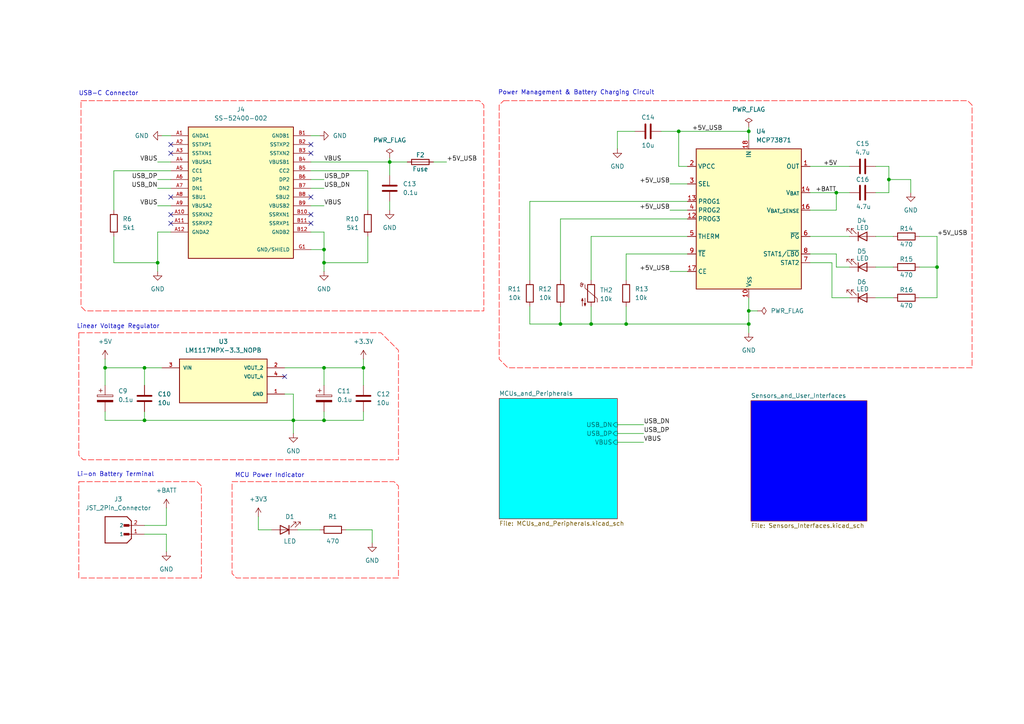
<source format=kicad_sch>
(kicad_sch (version 20250114) (generator "eeschema") (generator_version "9.0")
  (paper "A4")
  (title_block (title "ESP32 Based IoT Hardware - Root") (date "2025-10-30") (rev "Khoa Doan"))
  (lib_symbols
    (symbol "B2B-XH-A__LF__SN_:B2B-XH-A__LF__SN_" (pin_names (offset 1.016))
      (property "Reference" "J" (at -2.54 6.35 0))
      (property "Value" "B2B-XH-A__LF__SN_" (at -2.54 -5.08 0))
      (symbol "B2B-XH-A__LF__SN__0_0"
        (polyline (pts (xy -3.81 3.81) (xy -3.81 -1.27)) (stroke (width 0.254)))
        (polyline (pts (xy -3.81 3.81) (xy -2.54 5.08)) (stroke (width 0.254)))
        (polyline (pts (xy -3.81 -1.27) (xy -2.54 -2.54)) (stroke (width 0.254)))
        (rectangle (start -3.175 2.2225) (end -1.5875 2.8575) (stroke (width 0.1)) (fill (type outline)))
        (rectangle (start -3.175 -0.3175) (end -1.5875 0.3175) (stroke (width 0.1)) (fill (type outline)))
        (polyline (pts (xy -2.54 -2.54) (xy 3.81 -2.54)) (stroke (width 0.254)))
        (polyline (pts (xy 3.81 5.08) (xy -2.54 5.08)) (stroke (width 0.254)))
        (polyline (pts (xy 3.81 -2.54) (xy 3.81 5.08)) (stroke (width 0.254)))
        (pin passive line (at -7.62 2.54 0) (length 5.08) (name "1") (number "1"))
        (pin passive line (at -7.62 0 0) (length 5.08) (name "2") (number "2"))
      )
    )
    (symbol "Battery_Management:MCP73871"
      (property "Reference" "U" (at -7.62 24.13 0))
      (property "Value" "MCP73871" (at -15.24 21.59 0))
      (symbol "MCP73871_0_1"
        (rectangle (start -15.24 20.32) (end 15.24 -20.32) (stroke (width 0.254)) (fill (type background)))
      )
      (symbol "MCP73871_1_1"
        (pin input line (at -17.78 15.24 0) (length 2.54) (name "VPCC") (number "2"))
        (pin input line (at -17.78 10.16 0) (length 2.54) (name "SEL") (number "3"))
        (pin bidirectional line (at -17.78 5.08 0) (length 2.54) (name "PROG1") (number "13"))
        (pin input line (at -17.78 2.54 0) (length 2.54) (name "PROG2") (number "4"))
        (pin bidirectional line (at -17.78 0 0) (length 2.54) (name "PROG3") (number "12"))
        (pin bidirectional line (at -17.78 -5.08 0) (length 2.54) (name "THERM") (number "5"))
        (pin input line (at -17.78 -10.16 0) (length 2.54) (name "~{TE}") (number "9"))
        (pin input line (at -17.78 -15.24 0) (length 2.54) (name "CE") (number "17"))
        (pin power_in line (at 0 22.86 270) (length 2.54) (name "IN") (number "18"))
        (pin passive line (at 0 22.86 270) (length 2.54) (hide yes) (name "IN") (number "19"))
        (pin power_in line (at 0 -22.86 90) (length 2.54) (name "V_{SS}") (number "10"))
        (pin passive line (at 0 -22.86 90) (length 2.54) (hide yes) (name "V_{SS}") (number "11"))
        (pin passive line (at 0 -22.86 90) (length 2.54) (hide yes) (name "V_{SS}") (number "21"))
        (pin power_out line (at 17.78 15.24 180) (length 2.54) (name "OUT") (number "1"))
        (pin passive line (at 17.78 15.24 180) (length 2.54) (hide yes) (name "OUT") (number "20"))
        (pin power_out line (at 17.78 7.62 180) (length 2.54) (name "V_{BAT}") (number "14"))
        (pin passive line (at 17.78 7.62 180) (length 2.54) (hide yes) (name "V_{BAT}") (number "15"))
        (pin input line (at 17.78 2.54 180) (length 2.54) (name "V_{BAT_SENSE}") (number "16"))
        (pin open_collector line (at 17.78 -5.08 180) (length 2.54) (name "~{PG}") (number "6"))
        (pin open_collector line (at 17.78 -10.16 180) (length 2.54) (name "STAT1/~{LBO}") (number "8"))
        (pin open_collector line (at 17.78 -12.7 180) (length 2.54) (name "STAT2") (number "7"))
      )
    )
    (symbol "Device:C" (pin_numbers (hide yes)) (pin_names (offset 0.254))
      (property "Reference" "C" (at 0.635 2.54 0))
      (property "Value" "C" (at 0.635 -2.54 0))
      (symbol "C_0_1"
        (polyline (pts (xy -2.032 0.762) (xy 2.032 0.762)) (stroke (width 0.508)))
        (polyline (pts (xy -2.032 -0.762) (xy 2.032 -0.762)) (stroke (width 0.508)))
      )
      (symbol "C_1_1"
        (pin passive line (at 0 3.81 270) (length 2.794) (name "~") (number "1"))
        (pin passive line (at 0 -3.81 90) (length 2.794) (name "~") (number "2"))
      )
    )
    (symbol "Device:C_Polarized" (pin_numbers (hide yes)) (pin_names (offset 0.254))
      (property "Reference" "C" (at 0.635 2.54 0))
      (property "Value" "C_Polarized" (at 0.635 -2.54 0))
      (symbol "C_Polarized_0_1"
        (rectangle (start -2.286 0.508) (end 2.286 1.016))
        (polyline (pts (xy -1.778 2.286) (xy -0.762 2.286)))
        (polyline (pts (xy -1.27 2.794) (xy -1.27 1.778)))
        (rectangle (start 2.286 -0.508) (end -2.286 -1.016) (fill (type outline)))
      )
      (symbol "C_Polarized_1_1"
        (pin passive line (at 0 3.81 270) (length 2.794) (name "~") (number "1"))
        (pin passive line (at 0 -3.81 90) (length 2.794) (name "~") (number "2"))
      )
    )
    (symbol "Device:Fuse" (pin_numbers (hide yes)) (pin_names (offset 0))
      (property "Reference" "F" (at 2.032 0 90))
      (property "Value" "Fuse" (at -1.905 0 90))
      (symbol "Fuse_0_1"
        (rectangle (start -0.762 -2.54) (end 0.762 2.54) (stroke (width 0.254)))
        (polyline (pts (xy 0 2.54) (xy 0 -2.54)))
      )
      (symbol "Fuse_1_1"
        (pin passive line (at 0 3.81 270) (length 1.27) (name "~") (number "1"))
        (pin passive line (at 0 -3.81 90) (length 1.27) (name "~") (number "2"))
      )
    )
    (symbol "Device:LED" (pin_numbers (hide yes)) (pin_names (offset 1.016) (hide yes))
      (property "Reference" "D" (at 0 2.54 0))
      (property "Value" "LED" (at 0 -2.54 0))
      (symbol "LED_0_1"
        (polyline (pts (xy -3.048 -0.762) (xy -4.572 -2.286) (xy -3.81 -2.286) (xy -4.572 -2.286) (xy -4.572 -1.524)))
        (polyline (pts (xy -1.778 -0.762) (xy -3.302 -2.286) (xy -2.54 -2.286) (xy -3.302 -2.286) (xy -3.302 -1.524)))
        (polyline (pts (xy -1.27 0) (xy 1.27 0)))
        (polyline (pts (xy -1.27 -1.27) (xy -1.27 1.27)) (stroke (width 0.254)))
        (polyline (pts (xy 1.27 -1.27) (xy 1.27 1.27) (xy -1.27 0) (xy 1.27 -1.27)) (stroke (width 0.254)))
      )
      (symbol "LED_1_1"
        (pin passive line (at -3.81 0 0) (length 2.54) (name "K") (number "1"))
        (pin passive line (at 3.81 0 180) (length 2.54) (name "A") (number "2"))
      )
    )
    (symbol "Device:R" (pin_numbers (hide yes)) (pin_names (offset 0))
      (property "Reference" "R" (at 2.032 0 90))
      (property "Value" "R" (at 0 0 90))
      (symbol "R_0_1"
        (rectangle (start -1.016 -2.54) (end 1.016 2.54) (stroke (width 0.254)))
      )
      (symbol "R_1_1"
        (pin passive line (at 0 3.81 270) (length 1.27) (name "~") (number "1"))
        (pin passive line (at 0 -3.81 90) (length 1.27) (name "~") (number "2"))
      )
    )
    (symbol "Device:Thermistor_NTC" (pin_numbers (hide yes)) (pin_names (offset 0))
      (property "Reference" "TH" (at -4.445 0 90))
      (property "Value" "Thermistor_NTC" (at 3.175 0 90))
      (symbol "Thermistor_NTC_0_1"
        (arc (start -3.175 2.413) (mid -3.0506 2.3165) (end -3.048 2.159))
        (arc (start -3.048 2.794) (mid -2.9736 2.9736) (end -2.794 3.048))
        (arc (start -2.794 3.048) (mid -2.6144 2.9736) (end -2.54 2.794))
        (arc (start -2.794 2.54) (mid -2.9736 2.6144) (end -3.048 2.794))
        (arc (start -2.794 1.905) (mid -2.9736 1.9794) (end -3.048 2.159))
        (arc (start -2.54 2.159) (mid -2.6144 1.9794) (end -2.794 1.905))
        (arc (start -2.159 2.794) (mid -2.434 2.5608) (end -2.794 2.54))
        (polyline (pts (xy -2.54 2.159) (xy -2.54 2.794)))
        (polyline (pts (xy -2.54 -3.683) (xy -2.54 -1.397) (xy -2.794 -2.159) (xy -2.286 -2.159) (xy -2.54 -1.397) (xy -2.54 -1.651)) (fill (type outline)))
        (polyline (pts (xy -1.778 2.54) (xy -1.778 1.524) (xy 1.778 -1.524) (xy 1.778 -2.54)))
        (polyline (pts (xy -1.778 -1.397) (xy -1.778 -3.683) (xy -2.032 -2.921) (xy -1.524 -2.921) (xy -1.778 -3.683) (xy -1.778 -3.429)) (fill (type outline)))
        (rectangle (start -1.016 2.54) (end 1.016 -2.54) (stroke (width 0.254)))
      )
      (symbol "Thermistor_NTC_1_1"
        (pin passive line (at 0 3.81 270) (length 1.27) (name "~") (number "1"))
        (pin passive line (at 0 -3.81 90) (length 1.27) (name "~") (number "2"))
      )
    )
    (symbol "LM1117MPX-3V3:LM1117MPX-3.3_NOPB" (pin_names (offset 1.016))
      (property "Reference" "U1" (at 0 10.16 0))
      (property "Value" "LM1117MPX-3.3_NOPB" (at 0 7.62 0))
      (symbol "LM1117MPX-3.3_NOPB_0_0"
        (rectangle (start -12.7 -7.62) (end 12.7 5.08) (stroke (width 0.254)) (fill (type background)))
        (pin input line (at -17.78 2.54 0) (length 5.08) (name "VIN") (number "3"))
        (pin power_out line (at 17.78 2.54 180) (length 5.08) (name "VOUT_2") (number "2"))
        (pin power_out line (at 17.78 0 180) (length 5.08) (name "VOUT_4") (number "4"))
        (pin power_in line (at 17.78 -5.08 180) (length 5.08) (name "GND") (number "1"))
      )
    )
    (symbol "SS-52400-002:SS-52400-002" (pin_names (offset 1.016))
      (property "Reference" "J1" (at 0 22.86 0))
      (property "Value" "SS-52400-002" (at 0 20.32 0))
      (symbol "SS-52400-002_0_0"
        (rectangle (start -15.24 -20.32) (end 15.24 17.78) (stroke (width 0.254)) (fill (type background)))
        (pin power_in line (at -20.32 15.24 0) (length 5.08) (name "GNDA1") (number "A1"))
        (pin bidirectional line (at -20.32 12.7 0) (length 5.08) (name "SSTXP1") (number "A2"))
        (pin bidirectional line (at -20.32 10.16 0) (length 5.08) (name "SSTXN1") (number "A3"))
        (pin power_in line (at -20.32 7.62 0) (length 5.08) (name "VBUSA1") (number "A4"))
        (pin bidirectional line (at -20.32 5.08 0) (length 5.08) (name "CC1") (number "A5"))
        (pin bidirectional line (at -20.32 2.54 0) (length 5.08) (name "DP1") (number "A6"))
        (pin bidirectional line (at -20.32 0 0) (length 5.08) (name "DN1") (number "A7"))
        (pin bidirectional line (at -20.32 -2.54 0) (length 5.08) (name "SBU1") (number "A8"))
        (pin power_in line (at -20.32 -5.08 0) (length 5.08) (name "VBUSA2") (number "A9"))
        (pin bidirectional line (at -20.32 -7.62 0) (length 5.08) (name "SSRXN2") (number "A10"))
        (pin bidirectional line (at -20.32 -10.16 0) (length 5.08) (name "SSRXP2") (number "A11"))
        (pin power_in line (at -20.32 -12.7 0) (length 5.08) (name "GNDA2") (number "A12"))
        (pin power_in line (at 20.32 15.24 180) (length 5.08) (name "GNDB1") (number "B1"))
        (pin bidirectional line (at 20.32 12.7 180) (length 5.08) (name "SSTXP2") (number "B2"))
        (pin bidirectional line (at 20.32 10.16 180) (length 5.08) (name "SSTXN2") (number "B3"))
        (pin power_in line (at 20.32 7.62 180) (length 5.08) (name "VBUSB1") (number "B4"))
        (pin bidirectional line (at 20.32 5.08 180) (length 5.08) (name "CC2") (number "B5"))
        (pin bidirectional line (at 20.32 2.54 180) (length 5.08) (name "DP2") (number "B6"))
        (pin bidirectional line (at 20.32 0 180) (length 5.08) (name "DN2") (number "B7"))
        (pin bidirectional line (at 20.32 -2.54 180) (length 5.08) (name "SBU2") (number "B8"))
        (pin power_in line (at 20.32 -5.08 180) (length 5.08) (name "VBUSB2") (number "B9"))
        (pin bidirectional line (at 20.32 -7.62 180) (length 5.08) (name "SSRXN1") (number "B10"))
        (pin bidirectional line (at 20.32 -10.16 180) (length 5.08) (name "SSRXP1") (number "B11"))
        (pin power_in line (at 20.32 -12.7 180) (length 5.08) (name "GNDB2") (number "B12"))
        (pin power_in line (at 20.32 -17.78 180) (length 5.08) (name "GND/SHIELD") (number "G1"))
        (pin power_in line (at 20.32 -17.78 180) (length 5.08) (hide yes) (name "GND/SHIELD") (number "G2"))
        (pin power_in line (at 20.32 -17.78 180) (length 5.08) (hide yes) (name "GND/SHIELD") (number "G3"))
        (pin power_in line (at 20.32 -17.78 180) (length 5.08) (hide yes) (name "GND/SHIELD") (number "G4"))
        (pin power_in line (at 20.32 -17.78 180) (length 5.08) (hide yes) (name "GND/SHIELD") (number "S1"))
        (pin power_in line (at 20.32 -17.78 180) (length 5.08) (hide yes) (name "GND/SHIELD") (number "S2"))
        (pin power_in line (at 20.32 -17.78 180) (length 5.08) (hide yes) (name "GND/SHIELD") (number "S3"))
        (pin power_in line (at 20.32 -17.78 180) (length 5.08) (hide yes) (name "GND/SHIELD") (number "S4"))
      )
    )
    (symbol "power:+3.3V" (power) (pin_numbers (hide yes)) (pin_names (offset 0) (hide yes))
      (property "Value" "+3.3V" (at 0 3.556 0))
      (symbol "+3.3V_0_1"
        (polyline (pts (xy -0.762 1.27) (xy 0 2.54)))
        (polyline (pts (xy 0 2.54) (xy 0.762 1.27)))
        (polyline (pts (xy 0 0) (xy 0 2.54)))
      )
      (symbol "+3.3V_1_1"
        (pin power_in line (at 0 0 90) (length 0) (name "~") (number "1"))
      )
    )
    (symbol "power:+3V3" (power) (pin_numbers (hide yes)) (pin_names (offset 0) (hide yes))
      (property "Value" "+3V3" (at 0 3.556 0))
      (symbol "+3V3_0_1"
        (polyline (pts (xy -0.762 1.27) (xy 0 2.54)))
        (polyline (pts (xy 0 2.54) (xy 0.762 1.27)))
        (polyline (pts (xy 0 0) (xy 0 2.54)))
      )
      (symbol "+3V3_1_1"
        (pin power_in line (at 0 0 90) (length 0) (name "~") (number "1"))
      )
    )
    (symbol "power:+5V" (power) (pin_numbers (hide yes)) (pin_names (offset 0) (hide yes))
      (property "Value" "+5V" (at 0 3.556 0))
      (symbol "+5V_0_1"
        (polyline (pts (xy -0.762 1.27) (xy 0 2.54)))
        (polyline (pts (xy 0 2.54) (xy 0.762 1.27)))
        (polyline (pts (xy 0 0) (xy 0 2.54)))
      )
      (symbol "+5V_1_1"
        (pin power_in line (at 0 0 90) (length 0) (name "~") (number "1"))
      )
    )
    (symbol "power:+BATT" (power) (pin_numbers (hide yes)) (pin_names (offset 0) (hide yes))
      (property "Value" "+BATT" (at 0 3.556 0))
      (symbol "+BATT_0_1"
        (polyline (pts (xy -0.762 1.27) (xy 0 2.54)))
        (polyline (pts (xy 0 2.54) (xy 0.762 1.27)))
        (polyline (pts (xy 0 0) (xy 0 2.54)))
      )
      (symbol "+BATT_1_1"
        (pin power_in line (at 0 0 90) (length 0) (name "~") (number "1"))
      )
    )
    (symbol "power:GND" (power) (pin_numbers (hide yes)) (pin_names (offset 0) (hide yes))
      (property "Value" "GND" (at 0 -3.81 0))
      (symbol "GND_0_1"
        (polyline (pts (xy 0 0) (xy 0 -1.27) (xy 1.27 -1.27) (xy 0 -2.54) (xy -1.27 -1.27) (xy 0 -1.27)))
      )
      (symbol "GND_1_1"
        (pin power_in line (at 0 0 270) (length 0) (name "~") (number "1"))
      )
    )
    (symbol "power:PWR_FLAG" (power) (pin_numbers (hide yes)) (pin_names (offset 0) (hide yes))
      (property "Value" "PWR_FLAG" (at 0 3.81 0))
      (symbol "PWR_FLAG_0_0"
        (pin power_out line (at 0 0 90) (length 0) (name "~") (number "1"))
      )
      (symbol "PWR_FLAG_0_1"
        (polyline (pts (xy 0 0) (xy 0 1.27) (xy -1.016 1.905) (xy 0 2.54) (xy 1.016 1.905) (xy 0 1.27)))
      )
    )
  )
  (text "Linear Voltage Regulator" (at 34.29 94.742 0) (effects (font (size 1.27 1.27))))
  (text "USB-C Connector\n" (at 31.496 27.178 0) (effects (font (size 1.27 1.27))))
  (text "MCU Power Indicator\n" (at 78.232 137.922 0) (effects (font (size 1.27 1.27))))
  (text "Power Management & Battery Charging Circuit" (at 167.132 26.924 0) (effects (font (size 1.27 1.27))))
  (text "Li-on Battery Terminal" (at 33.528 137.668 0) (effects (font (size 1.27 1.27))))
  (junction (at 271.78 77.47))
  (junction (at 93.98 106.68))
  (junction (at 242.57 55.88))
  (junction (at 45.72 76.2))
  (junction (at 93.98 72.39))
  (junction (at 30.48 106.68))
  (junction (at 257.81 52.07))
  (junction (at 41.91 106.68))
  (junction (at 217.17 90.17))
  (junction (at 171.45 93.98))
  (junction (at 41.91 121.92))
  (junction (at 162.56 93.98))
  (junction (at 217.17 38.1))
  (junction (at 196.85 38.1))
  (junction (at 181.61 93.98))
  (junction (at 85.09 121.92))
  (junction (at 113.03 46.99))
  (junction (at 93.98 121.92))
  (junction (at 105.41 106.68))
  (junction (at 93.98 76.2))
  (junction (at 217.17 93.98))
  (no_connect (at 49.53 62.23))
  (no_connect (at 90.17 57.15))
  (no_connect (at 90.17 62.23))
  (no_connect (at 90.17 64.77))
  (no_connect (at 49.53 41.91))
  (no_connect (at 82.55 109.22))
  (no_connect (at 49.53 44.45))
  (no_connect (at 49.53 64.77))
  (no_connect (at 90.17 41.91))
  (no_connect (at 90.17 44.45))
  (no_connect (at 49.53 57.15))
  (wire (pts (xy 217.17 36.83) (xy 217.17 38.1)))
  (wire (pts (xy 90.17 72.39) (xy 93.98 72.39)))
  (wire (pts (xy 85.09 114.3) (xy 85.09 121.92)))
  (wire (pts (xy 181.61 88.9) (xy 181.61 93.98)))
  (wire (pts (xy 199.39 63.5) (xy 162.56 63.5)))
  (wire (pts (xy 179.07 123.19) (xy 186.69 123.19)))
  (wire (pts (xy 30.48 121.92) (xy 41.91 121.92)))
  (wire (pts (xy 217.17 90.17) (xy 219.71 90.17)))
  (wire (pts (xy 217.17 38.1) (xy 217.17 40.64)))
  (wire (pts (xy 30.48 106.68) (xy 41.91 106.68)))
  (wire (pts (xy 30.48 104.14) (xy 30.48 106.68)))
  (wire (pts (xy 194.31 53.34) (xy 199.39 53.34)))
  (wire (pts (xy 271.78 68.58) (xy 271.78 77.47)))
  (wire (pts (xy 45.72 67.31) (xy 45.72 76.2)))
  (wire (pts (xy 90.17 46.99) (xy 113.03 46.99)))
  (wire (pts (xy 106.68 68.58) (xy 106.68 76.2)))
  (wire (pts (xy 113.03 45.72) (xy 113.03 46.99)))
  (wire (pts (xy 49.53 39.37) (xy 46.99 39.37)))
  (wire (pts (xy 93.98 111.76) (xy 93.98 106.68)))
  (wire (pts (xy 107.95 153.67) (xy 107.95 157.48)))
  (wire (pts (xy 266.7 77.47) (xy 271.78 77.47)))
  (wire (pts (xy 242.57 77.47) (xy 246.38 77.47)))
  (wire (pts (xy 125.73 46.99) (xy 129.54 46.99)))
  (wire (pts (xy 45.72 52.07) (xy 49.53 52.07)))
  (wire (pts (xy 33.02 49.53) (xy 33.02 60.96)))
  (wire (pts (xy 105.41 106.68) (xy 105.41 111.76)))
  (wire (pts (xy 257.81 52.07) (xy 257.81 55.88)))
  (wire (pts (xy 241.3 76.2) (xy 241.3 86.36)))
  (wire (pts (xy 105.41 121.92) (xy 105.41 119.38)))
  (wire (pts (xy 171.45 68.58) (xy 171.45 81.28)))
  (wire (pts (xy 254 48.26) (xy 257.81 48.26)))
  (wire (pts (xy 93.98 59.69) (xy 90.17 59.69)))
  (wire (pts (xy 242.57 73.66) (xy 242.57 77.47)))
  (wire (pts (xy 86.36 153.67) (xy 92.71 153.67)))
  (wire (pts (xy 234.95 73.66) (xy 242.57 73.66)))
  (wire (pts (xy 113.03 46.99) (xy 113.03 50.8)))
  (wire (pts (xy 153.67 58.42) (xy 153.67 81.28)))
  (wire (pts (xy 93.98 54.61) (xy 90.17 54.61)))
  (wire (pts (xy 41.91 121.92) (xy 85.09 121.92)))
  (wire (pts (xy 234.95 55.88) (xy 242.57 55.88)))
  (wire (pts (xy 179.07 128.27) (xy 186.69 128.27)))
  (wire (pts (xy 234.95 60.96) (xy 242.57 60.96)))
  (wire (pts (xy 45.72 54.61) (xy 49.53 54.61)))
  (wire (pts (xy 30.48 119.38) (xy 30.48 121.92)))
  (wire (pts (xy 93.98 121.92) (xy 105.41 121.92)))
  (wire (pts (xy 266.7 68.58) (xy 271.78 68.58)))
  (wire (pts (xy 194.31 60.96) (xy 199.39 60.96)))
  (wire (pts (xy 234.95 76.2) (xy 241.3 76.2)))
  (wire (pts (xy 266.7 86.36) (xy 271.78 86.36)))
  (wire (pts (xy 74.93 149.86) (xy 74.93 153.67)))
  (wire (pts (xy 41.91 106.68) (xy 46.99 106.68)))
  (wire (pts (xy 181.61 73.66) (xy 181.61 81.28)))
  (wire (pts (xy 234.95 48.26) (xy 246.38 48.26)))
  (wire (pts (xy 217.17 86.36) (xy 217.17 90.17)))
  (wire (pts (xy 179.07 38.1) (xy 179.07 43.18)))
  (wire (pts (xy 162.56 63.5) (xy 162.56 81.28)))
  (wire (pts (xy 93.98 72.39) (xy 93.98 76.2)))
  (wire (pts (xy 113.03 46.99) (xy 118.11 46.99)))
  (wire (pts (xy 45.72 59.69) (xy 49.53 59.69)))
  (wire (pts (xy 30.48 106.68) (xy 30.48 111.76)))
  (wire (pts (xy 234.95 68.58) (xy 246.38 68.58)))
  (wire (pts (xy 254 55.88) (xy 257.81 55.88)))
  (wire (pts (xy 171.45 93.98) (xy 181.61 93.98)))
  (wire (pts (xy 153.67 58.42) (xy 199.39 58.42)))
  (wire (pts (xy 242.57 55.88) (xy 242.57 60.96)))
  (wire (pts (xy 162.56 93.98) (xy 171.45 93.98)))
  (wire (pts (xy 106.68 49.53) (xy 106.68 60.96)))
  (wire (pts (xy 241.3 86.36) (xy 246.38 86.36)))
  (wire (pts (xy 199.39 73.66) (xy 181.61 73.66)))
  (wire (pts (xy 254 68.58) (xy 259.08 68.58)))
  (wire (pts (xy 48.26 147.32) (xy 48.26 152.4)))
  (wire (pts (xy 257.81 48.26) (xy 257.81 52.07)))
  (wire (pts (xy 85.09 121.92) (xy 85.09 125.73)))
  (wire (pts (xy 196.85 48.26) (xy 196.85 38.1)))
  (wire (pts (xy 90.17 39.37) (xy 92.71 39.37)))
  (wire (pts (xy 181.61 93.98) (xy 217.17 93.98)))
  (wire (pts (xy 49.53 49.53) (xy 33.02 49.53)))
  (wire (pts (xy 254 86.36) (xy 259.08 86.36)))
  (wire (pts (xy 162.56 88.9) (xy 162.56 93.98)))
  (wire (pts (xy 82.55 114.3) (xy 85.09 114.3)))
  (wire (pts (xy 153.67 93.98) (xy 162.56 93.98)))
  (wire (pts (xy 45.72 76.2) (xy 45.72 78.74)))
  (wire (pts (xy 93.98 119.38) (xy 93.98 121.92)))
  (wire (pts (xy 93.98 106.68) (xy 105.41 106.68)))
  (wire (pts (xy 217.17 90.17) (xy 217.17 93.98)))
  (wire (pts (xy 199.39 48.26) (xy 196.85 48.26)))
  (wire (pts (xy 93.98 67.31) (xy 93.98 72.39)))
  (wire (pts (xy 82.55 106.68) (xy 93.98 106.68)))
  (wire (pts (xy 33.02 68.58) (xy 33.02 76.2)))
  (wire (pts (xy 93.98 76.2) (xy 106.68 76.2)))
  (wire (pts (xy 41.91 154.94) (xy 48.26 154.94)))
  (wire (pts (xy 85.09 121.92) (xy 93.98 121.92)))
  (wire (pts (xy 90.17 49.53) (xy 106.68 49.53)))
  (wire (pts (xy 105.41 104.14) (xy 105.41 106.68)))
  (wire (pts (xy 179.07 125.73) (xy 186.69 125.73)))
  (wire (pts (xy 33.02 76.2) (xy 45.72 76.2)))
  (wire (pts (xy 196.85 38.1) (xy 217.17 38.1)))
  (wire (pts (xy 199.39 68.58) (xy 171.45 68.58)))
  (wire (pts (xy 217.17 93.98) (xy 217.17 96.52)))
  (wire (pts (xy 179.07 38.1) (xy 184.15 38.1)))
  (wire (pts (xy 74.93 153.67) (xy 78.74 153.67)))
  (wire (pts (xy 100.33 153.67) (xy 107.95 153.67)))
  (wire (pts (xy 41.91 119.38) (xy 41.91 121.92)))
  (wire (pts (xy 48.26 154.94) (xy 48.26 160.02)))
  (wire (pts (xy 264.16 52.07) (xy 257.81 52.07)))
  (wire (pts (xy 93.98 76.2) (xy 93.98 78.74)))
  (wire (pts (xy 45.72 46.99) (xy 49.53 46.99)))
  (wire (pts (xy 194.31 78.74) (xy 199.39 78.74)))
  (wire (pts (xy 254 77.47) (xy 259.08 77.47)))
  (wire (pts (xy 41.91 106.68) (xy 41.91 111.76)))
  (wire (pts (xy 113.03 58.42) (xy 113.03 60.96)))
  (wire (pts (xy 41.91 152.4) (xy 48.26 152.4)))
  (wire (pts (xy 264.16 55.88) (xy 264.16 52.07)))
  (wire (pts (xy 45.72 67.31) (xy 49.53 67.31)))
  (wire (pts (xy 242.57 55.88) (xy 246.38 55.88)))
  (wire (pts (xy 191.77 38.1) (xy 196.85 38.1)))
  (wire (pts (xy 93.98 52.07) (xy 90.17 52.07)))
  (wire (pts (xy 271.78 77.47) (xy 271.78 86.36)))
  (wire (pts (xy 171.45 88.9) (xy 171.45 93.98)))
  (wire (pts (xy 153.67 88.9) (xy 153.67 93.98)))
  (wire (pts (xy 90.17 67.31) (xy 93.98 67.31)))
  (label "+5V" (at 238.76 48.26 0))
  (label "USB_DP" (at 45.72 52.07 180))
  (label "+5V_USB" (at 271.78 68.58 0))
  (label "+5V_USB" (at 129.54 46.99 0))
  (label "USB_DP" (at 186.69 125.73 0))
  (label "VBUS" (at 93.98 46.99 0))
  (label "+BATT" (at 242.57 55.88 180))
  (label "VBUS" (at 186.69 128.27 0))
  (label "VBUS" (at 45.72 46.99 180))
  (label "+5V_USB" (at 209.55 38.1 180))
  (label "+5V_USB" (at 194.31 60.96 180))
  (label "USB_DN" (at 93.98 54.61 0))
  (label "USB_DN" (at 45.72 54.61 180))
  (label "VBUS" (at 93.98 59.69 0))
  (label "USB_DN" (at 186.69 123.19 0))
  (label "+5V_USB" (at 194.31 53.34 180))
  (label "VBUS" (at 45.72 59.69 180))
  (label "+5V_USB" (at 194.31 78.74 180))
  (label "USB_DP" (at 93.98 52.07 0))
  (rule_area (polyline (pts (xy 23.495 29.21) (xy 139.065 29.21) (xy 140.335 30.48) (xy 140.335 90.17) (xy 24.765 90.17) (xy 23.495 88.9)) (stroke (width 0) (type dash))))
  (rule_area (polyline (pts (xy 22.86 139.7) (xy 57.15 139.7) (xy 58.42 140.97) (xy 58.42 167.64) (xy 22.86 167.64)) (stroke (width 0) (type dash))))
  (rule_area (polyline (pts (xy 146.05 29.21) (xy 280.67 29.21) (xy 281.94 30.48) (xy 281.94 106.68) (xy 147.32 106.68) (xy 144.78 104.14) (xy 144.78 30.48)) (stroke (width 0) (type dash))))
  (rule_area (polyline (pts (xy 22.86 96.52) (xy 110.49 96.52) (xy 115.57 101.6) (xy 115.57 133.35) (xy 24.13 133.35) (xy 22.86 132.08)) (stroke (width 0) (type dash))))
  (rule_area (polyline (pts (xy 67.31 139.7) (xy 114.3 139.7) (xy 115.57 140.97) (xy 115.57 167.64) (xy 68.58 167.64) (xy 67.31 166.37)) (stroke (width 0) (type dash))))
  (symbol (lib_id "power:GND") (at 113.03 60.96 0) (unit 1)
    (property "Reference" "#PWR023" (effects (hide yes)))
    (property "Value" "GND" (at 113.03 66.04 0))
    (property "Description" "Power symbol creates a global label with name \"GND\" , ground" (effects (hide yes)))
  )
  (symbol (lib_id "power:PWR_FLAG") (at 113.03 45.72 0) (unit 1)
    (property "Reference" "#FLG03" (effects (hide yes)))
    (property "Value" "PWR_FLAG" (at 113.03 40.64 0))
    (property "Description" "Special symbol for telling ERC where power comes from" (effects (hide yes)))
  )
  (symbol (lib_id "Device:LED") (at 250.19 86.36 0) (mirror x) (unit 1)
    (property "Reference" "D6" (at 249.936 81.788 0))
    (property "Value" "LED" (at 250.19 83.82 0))
    (property "Description" "Light emitting diode" (effects (hide yes)))
    (property "Sim.Pins" "1=K 2=A" (effects (hide yes)))
  )
  (symbol (lib_id "LM1117MPX-3V3:LM1117MPX-3.3_NOPB") (at 64.77 109.22 0) (unit 1)
    (property "Reference" "U3" (at 64.77 99.06 0))
    (property "Value" "LM1117MPX-3.3_NOPB" (at 64.77 101.6 0))
    (property "Footprint" "LM1117-3V3:VREG_LM1117MPX-3.3_NOPB" (effects (hide yes)))
    (property "MF" "Texas Instruments" (effects (hide yes)))
    (property "MAXIMUM_PACKAGE_HEIGHT" "1.80 mm" (effects (hide yes)))
    (property "Package" "SOT-223-4 Texas Instruments" (effects (hide yes)))
    (property "Price" "None" (effects (hide yes)))
    (property "Check_prices" "https://www.snapeda.com/parts/LM1117MPX-3.3/NOPB/Texas+Instruments/view-part/?ref=eda" (effects (hide yes)))
    (property "STANDARD" "Manufacturer Recommendation" (effects (hide yes)))
    (property "PARTREV" "O" (effects (hide yes)))
    (property "SnapEDA_Link" "https://www.snapeda.com/parts/LM1117MPX-3.3/NOPB/Texas+Instruments/view-part/?ref=snap" (effects (hide yes)))
    (property "MP" "LM1117MPX-3.3/NOPB" (effects (hide yes)))
    (property "Description_1" "800-mA 15-V linear voltage regulator" (effects (hide yes)))
    (property "Availability" "In Stock" (effects (hide yes)))
    (property "MANUFACTURER" "Texas Instruments" (effects (hide yes)))
  )
  (symbol (lib_id "Device:R") (at 162.56 85.09 0) (mirror y) (unit 1)
    (property "Reference" "R12" (at 160.02 83.8199 0) (effects (justify left)))
    (property "Value" "10k" (at 160.02 86.3599 0) (effects (justify left)))
    (property "Description" "Resistor" (effects (hide yes)))
  )
  (symbol (lib_id "Device:C") (at 113.03 54.61 0) (unit 1)
    (property "Reference" "C13" (at 116.84 53.3399 0) (effects (justify left)))
    (property "Value" "0.1u" (at 116.84 55.8799 0) (effects (justify left)))
    (property "Description" "Unpolarized capacitor" (effects (hide yes)))
  )
  (symbol (lib_id "power:PWR_FLAG") (at 217.17 36.83 0) (unit 1)
    (property "Reference" "#FLG05" (effects (hide yes)))
    (property "Value" "PWR_FLAG" (at 217.17 31.75 0))
    (property "Description" "Special symbol for telling ERC where power comes from" (effects (hide yes)))
  )
  (symbol (lib_id "power:GND") (at 92.71 39.37 90) (unit 1)
    (property "Reference" "#PWR020" (effects (hide yes)))
    (property "Value" "GND" (at 96.52 39.3699 90) (effects (justify right)))
    (property "Description" "Power symbol creates a global label with name \"GND\" , ground" (effects (hide yes)))
  )
  (symbol (lib_id "power:+3.3V") (at 105.41 104.14 0) (unit 1)
    (property "Reference" "#PWR022" (effects (hide yes)))
    (property "Value" "+3.3V" (at 105.41 99.06 0))
    (property "Description" "Power symbol creates a global label with name \"+3.3V\"" (effects (hide yes)))
  )
  (symbol (lib_id "Device:C_Polarized") (at 30.48 115.57 0) (unit 1)
    (property "Reference" "C9" (at 34.29 113.4109 0) (effects (justify left)))
    (property "Value" "0.1u" (at 34.29 115.9509 0) (effects (justify left)))
    (property "Description" "Polarized capacitor" (effects (hide yes)))
  )
  (symbol (lib_id "Device:LED") (at 250.19 68.58 0) (mirror x) (unit 1)
    (property "Reference" "D4" (at 249.936 64.008 0))
    (property "Value" "LED" (at 250.19 66.04 0))
    (property "Description" "Light emitting diode" (effects (hide yes)))
    (property "Sim.Pins" "1=K 2=A" (effects (hide yes)))
  )
  (symbol (lib_id "power:+5V") (at 30.48 104.14 0) (unit 1)
    (property "Reference" "#PWR012" (effects (hide yes)))
    (property "Value" "+5V" (at 30.48 99.06 0))
    (property "Description" "Power symbol creates a global label with name \"+5V\"" (effects (hide yes)))
  )
  (symbol (lib_id "Device:LED") (at 82.55 153.67 180) (unit 1)
    (property "Reference" "D1" (at 84.074 149.86 0))
    (property "Value" "LED" (at 84.074 156.972 0))
    (property "Description" "Light emitting diode" (effects (hide yes)))
    (property "Sim.Pins" "1=K 2=A" (effects (hide yes)))
  )
  (symbol (lib_id "power:+BATT") (at 48.26 147.32 0) (unit 1)
    (property "Reference" "#PWR017" (effects (hide yes)))
    (property "Value" "+BATT" (at 48.26 142.24 0))
    (property "Description" "Power symbol creates a global label with name \"+BATT\"" (effects (hide yes)))
  )
  (symbol (lib_id "Device:R") (at 106.68 64.77 0) (mirror y) (unit 1)
    (property "Reference" "R10" (at 104.14 63.4999 0) (effects (justify left)))
    (property "Value" "5k1" (at 104.14 66.0399 0) (effects (justify left)))
    (property "Description" "Resistor" (effects (hide yes)))
  )
  (symbol (lib_id "power:GND") (at 93.98 78.74 0) (unit 1)
    (property "Reference" "#PWR021" (effects (hide yes)))
    (property "Value" "GND" (at 93.98 83.82 0))
    (property "Description" "Power symbol creates a global label with name \"GND\" , ground" (effects (hide yes)))
  )
  (symbol (lib_id "Device:R") (at 262.89 77.47 90) (unit 1)
    (property "Reference" "R15" (at 262.89 75.184 90))
    (property "Value" "470" (at 262.89 79.756 90))
    (property "Description" "Resistor" (effects (hide yes)))
  )
  (symbol (lib_id "Device:Thermistor_NTC") (at 171.45 85.09 0) (unit 1)
    (property "Reference" "TH2" (at 173.99 84.1374 0) (effects (justify left)))
    (property "Value" "10k" (at 173.99 86.6774 0) (effects (justify left)))
    (property "Description" "Temperature dependent resistor, negative temperature coefficient" (effects (hide yes)))
  )
  (symbol (lib_id "power:GND") (at 48.26 160.02 0) (unit 1)
    (property "Reference" "#PWR018" (effects (hide yes)))
    (property "Value" "GND" (at 48.26 165.1 0))
    (property "Description" "Power symbol creates a global label with name \"GND\" , ground" (effects (hide yes)))
  )
  (symbol (lib_id "power:GND") (at 85.09 125.73 0) (unit 1)
    (property "Reference" "#PWR019" (effects (hide yes)))
    (property "Value" "GND" (at 85.09 130.81 0))
    (property "Description" "Power symbol creates a global label with name \"GND\" , ground" (effects (hide yes)))
  )
  (symbol (lib_id "Device:R") (at 33.02 64.77 0) (unit 1)
    (property "Reference" "R6" (at 35.56 63.4999 0) (effects (justify left)))
    (property "Value" "5k1" (at 35.56 66.0399 0) (effects (justify left)))
    (property "Description" "Resistor" (effects (hide yes)))
  )
  (symbol (lib_id "Device:C") (at 105.41 115.57 0) (unit 1)
    (property "Reference" "C12" (at 109.22 114.2999 0) (effects (justify left)))
    (property "Value" "10u" (at 109.22 116.8399 0) (effects (justify left)))
    (property "Description" "Unpolarized capacitor" (effects (hide yes)))
  )
  (symbol (lib_id "power:GND") (at 45.72 78.74 0) (unit 1)
    (property "Reference" "#PWR015" (effects (hide yes)))
    (property "Value" "GND" (at 45.72 83.82 0))
    (property "Description" "Power symbol creates a global label with name \"GND\" , ground" (effects (hide yes)))
  )
  (symbol (lib_id "SS-52400-002:SS-52400-002") (at 69.85 54.61 0) (unit 1)
    (property "Reference" "J4" (at 69.85 31.75 0))
    (property "Value" "SS-52400-002" (at 69.85 34.29 0))
    (property "Footprint" "SS-52400-002:BELFUSE_SS-52400-002" (effects (hide yes)))
    (property "MF" "Stewart Connector" (effects (hide yes)))
    (property "MAXIMUM_PACKAGE_HEIGHT" "2.96 mm" (effects (hide yes)))
    (property "Package" "None" (effects (hide yes)))
    (property "Price" "None" (effects (hide yes)))
    (property "Check_prices" "https://www.snapeda.com/parts/SS-52400-002/Stewart+Connector/view-part/?ref=eda" (effects (hide yes)))
    (property "STANDARD" "Manufacturer Recommendations" (effects (hide yes)))
    (property "PARTREV" "A0" (effects (hide yes)))
    (property "SnapEDA_Link" "https://www.snapeda.com/parts/SS-52400-002/Stewart+Connector/view-part/?ref=snap" (effects (hide yes)))
    (property "MP" "SS-52400-002" (effects (hide yes)))
    (property "Description_1" "USB Type-C Connector | USB 3.1 | 1 Port | Right Angle Receptacle | Shielded | 0.039 in (1.00mm) PCB Thickness" (effects (hide yes)))
    (property "Availability" "In Stock" (effects (hide yes)))
    (property "MANUFACTURER" "BelFuse" (effects (hide yes)))
  )
  (symbol (lib_id "power:GND") (at 107.95 157.48 0) (unit 1)
    (property "Reference" "#PWR01" (effects (hide yes)))
    (property "Value" "GND" (at 107.95 162.56 0))
    (property "Description" "Power symbol creates a global label with name \"GND\" , ground" (effects (hide yes)))
  )
  (symbol (lib_id "Device:C") (at 250.19 48.26 90) (unit 1)
    (property "Reference" "C15" (at 250.19 41.656 90))
    (property "Value" "4.7u" (at 250.19 44.196 90))
    (property "Description" "Unpolarized capacitor" (effects (hide yes)))
  )
  (symbol (lib_id "Device:C") (at 41.91 115.57 0) (unit 1)
    (property "Reference" "C10" (at 45.72 114.2999 0) (effects (justify left)))
    (property "Value" "10u" (at 45.72 116.8399 0) (effects (justify left)))
    (property "Description" "Unpolarized capacitor" (effects (hide yes)))
  )
  (symbol (lib_id "power:GND") (at 264.16 55.88 0) (unit 1)
    (property "Reference" "#PWR026" (effects (hide yes)))
    (property "Value" "GND" (at 264.16 60.96 0))
    (property "Description" "Power symbol creates a global label with name \"GND\" , ground" (effects (hide yes)))
  )
  (symbol (lib_id "power:PWR_FLAG") (at 219.71 90.17 270) (unit 1)
    (property "Reference" "#FLG06" (effects (hide yes)))
    (property "Value" "PWR_FLAG" (at 223.52 90.1699 90) (effects (justify left)))
    (property "Description" "Special symbol for telling ERC where power comes from" (effects (hide yes)))
  )
  (symbol (lib_id "Device:C") (at 250.19 55.88 90) (unit 1)
    (property "Reference" "C16" (at 250.19 52.07 90))
    (property "Value" "4.7u" (at 250.444 59.944 90))
    (property "Description" "Unpolarized capacitor" (effects (hide yes)))
  )
  (symbol (lib_id "power:GND") (at 46.99 39.37 270) (unit 1)
    (property "Reference" "#PWR016" (effects (hide yes)))
    (property "Value" "GND" (at 43.18 39.3701 90) (effects (justify right)))
    (property "Description" "Power symbol creates a global label with name \"GND\" , ground" (effects (hide yes)))
  )
  (symbol (lib_id "Battery_Management:MCP73871") (at 217.17 63.5 0) (unit 1)
    (property "Reference" "U4" (at 219.3133 38.1 0) (effects (justify left)))
    (property "Value" "MCP73871" (at 219.3133 40.64 0) (effects (justify left)))
    (property "Footprint" "Package_DFN_QFN:QFN-20-1EP_4x4mm_P0.5mm_EP2.5x2.5mm" (effects (hide yes)))
    (property "Datasheet" "http://www.mouser.com/ds/2/268/22090a-52174.pdf" (effects (hide yes)))
    (property "Description" "Single cell, Li-Ion/Li-Po charge management controller" (effects (hide yes)))
  )
  (symbol (lib_id "Device:C_Polarized") (at 93.98 115.57 0) (unit 1)
    (property "Reference" "C11" (at 97.79 113.4109 0) (effects (justify left)))
    (property "Value" "0.1u" (at 97.79 115.9509 0) (effects (justify left)))
    (property "Description" "Polarized capacitor" (effects (hide yes)))
  )
  (symbol (lib_id "B2B-XH-A__LF__SN_:B2B-XH-A__LF__SN_") (at 34.29 152.4 180) (unit 1)
    (property "Reference" "J3" (at 34.29 144.78 0))
    (property "Value" "JST_2Pin_Connector" (at 34.29 147.32 0))
    (property "Footprint" "B2B-XH-A__LF__SN_:JST_B2B-XH-A__LF__SN_" (effects (hide yes)))
    (property "MF" "JST Sales" (effects (hide yes)))
    (property "MAXIMUM_PACKAGE_HEIGHT" "7 mm" (effects (hide yes)))
    (property "Package" "None" (effects (hide yes)))
    (property "Price" "None" (effects (hide yes)))
    (property "Check_prices" "https://www.snapeda.com/parts/B2B-XH-A%20(LF)(SN)/JST/view-part/?ref=eda" (effects (hide yes)))
    (property "STANDARD" "Manufacturer Recommendations" (effects (hide yes)))
    (property "PARTREV" "N/A" (effects (hide yes)))
    (property "SnapEDA_Link" "https://www.snapeda.com/parts/B2B-XH-A%20(LF)(SN)/JST/view-part/?ref=snap" (effects (hide yes)))
    (property "MP" "B2B-XH-A (LF)(SN)" (effects (hide yes)))
    (property "Description_1" "Connector Header Through Hole 2 position 0.098 (2.50mm)" (effects (hide yes)))
    (property "MANUFACTURER" "JST Sales America Inc." (effects (hide yes)))
    (property "Availability" "In Stock" (effects (hide yes)))
    (property "SNAPEDA_PN" "B2B-XH-A (LF)(SN)" (effects (hide yes)))
  )
  (symbol (lib_id "power:+3V3") (at 74.93 149.86 0) (unit 1)
    (property "Reference" "#PWR02" (effects (hide yes)))
    (property "Value" "+3V3" (at 74.93 144.78 0))
    (property "Description" "Power symbol creates a global label with name \"+3V3\"" (effects (hide yes)))
  )
  (symbol (lib_id "Device:R") (at 153.67 85.09 0) (mirror y) (unit 1)
    (property "Reference" "R11" (at 151.13 83.8199 0) (effects (justify left)))
    (property "Value" "10k" (at 151.13 86.3599 0) (effects (justify left)))
    (property "Description" "Resistor" (effects (hide yes)))
  )
  (symbol (lib_id "Device:R") (at 96.52 153.67 90) (unit 1)
    (property "Reference" "R1" (at 96.52 149.86 90))
    (property "Value" "470" (at 96.52 156.972 90))
    (property "Description" "Resistor" (effects (hide yes)))
  )
  (symbol (lib_id "power:GND") (at 217.17 96.52 0) (unit 1)
    (property "Reference" "#PWR025" (effects (hide yes)))
    (property "Value" "GND" (at 217.17 101.6 0))
    (property "Description" "Power symbol creates a global label with name \"GND\" , ground" (effects (hide yes)))
  )
  (symbol (lib_id "Device:R") (at 262.89 86.36 90) (unit 1)
    (property "Reference" "R16" (at 262.89 84.074 90))
    (property "Value" "470" (at 262.89 88.646 90))
    (property "Description" "Resistor" (effects (hide yes)))
  )
  (symbol (lib_id "power:GND") (at 179.07 43.18 0) (unit 1)
    (property "Reference" "#PWR024" (effects (hide yes)))
    (property "Value" "GND" (at 179.07 48.26 0))
    (property "Description" "Power symbol creates a global label with name \"GND\" , ground" (effects (hide yes)))
  )
  (symbol (lib_id "Device:C") (at 187.96 38.1 270) (unit 1)
    (property "Reference" "C14" (at 187.96 34.036 90))
    (property "Value" "10u" (at 187.96 42.164 90))
    (property "Description" "Unpolarized capacitor" (effects (hide yes)))
  )
  (symbol (lib_id "Device:Fuse") (at 121.92 46.99 90) (unit 1)
    (property "Reference" "F2" (at 121.92 44.958 90))
    (property "Value" "Fuse" (at 121.92 49.022 90))
    (property "Footprint" "Fuse:Fuse_BelFuse_0ZRE0005FF_L8.3mm_W3.8mm" (effects (hide yes)))
    (property "Description" "Fuse" (effects (hide yes)))
  )
  (symbol (lib_id "Device:R") (at 262.89 68.58 90) (unit 1)
    (property "Reference" "R14" (at 262.89 66.294 90))
    (property "Value" "470" (at 262.89 70.866 90))
    (property "Description" "Resistor" (effects (hide yes)))
  )
  (symbol (lib_id "Device:LED") (at 250.19 77.47 0) (mirror x) (unit 1)
    (property "Reference" "D5" (at 249.936 72.898 0))
    (property "Value" "LED" (at 250.19 74.93 0))
    (property "Description" "Light emitting diode" (effects (hide yes)))
    (property "Sim.Pins" "1=K 2=A" (effects (hide yes)))
  )
  (symbol (lib_id "Device:R") (at 181.61 85.09 0) (unit 1)
    (property "Reference" "R13" (at 184.15 83.8199 0) (effects (justify left)))
    (property "Value" "10k" (at 184.15 86.3599 0) (effects (justify left)))
    (property "Description" "Resistor" (effects (hide yes)))
  )
  (sheet (at 217.805 116.205) (size 33.655 34.925) (stroke (width 0.1524)) (fill (color 0 0 255 1.0000))
    (property "Sheetname" "Sensors_and_User_Interfaces" (at 217.805 115.4934 0) (effects (justify left bottom)))
    (property "Sheetfile" "Sensors_Interfaces.kicad_sch" (at 217.805 151.7146 0) (effects (justify left top)))
  )
  (sheet (at 144.78 115.57) (size 34.29 34.925) (stroke (width 0.1524)) (fill (color 0 255 255 1.0000))
    (property "Sheetname" "MCUs_and_Peripherals" (at 144.78 114.8584 0) (effects (justify left bottom)))
    (property "Sheetfile" "MCUs_and_Peripherals.kicad_sch" (at 144.78 151.0796 0) (effects (justify left top)))
    (pin "USB_DN" input (at 179.07 123.19 0))
    (pin "USB_DP" input (at 179.07 125.73 0))
    (pin "VBUS" input (at 179.07 128.27 0))
  )
)
</source>
